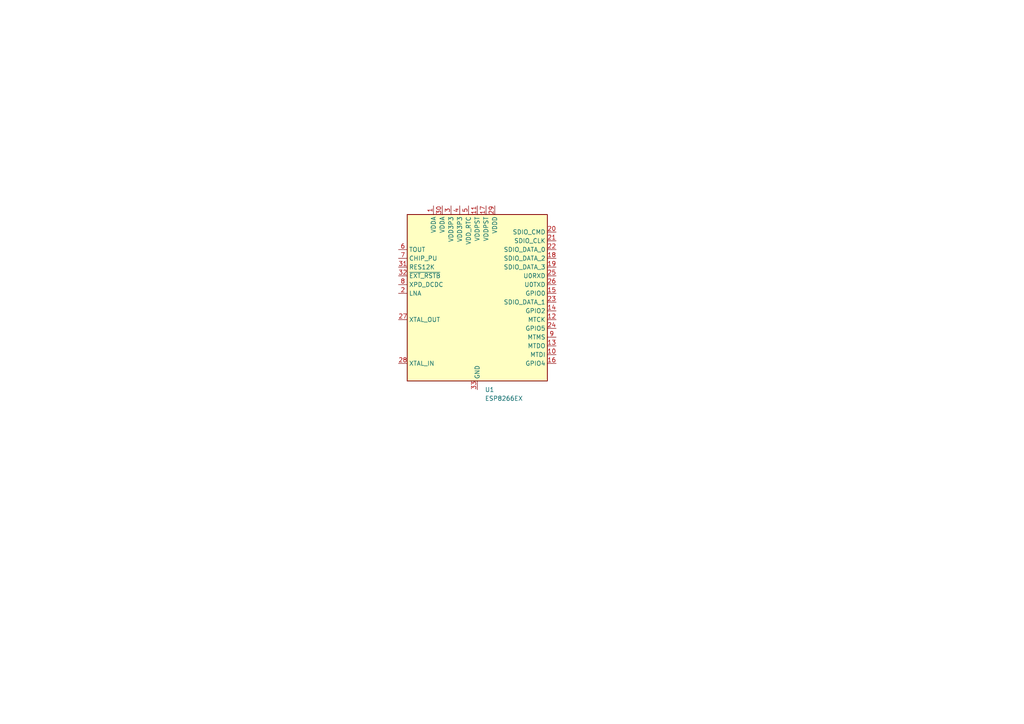
<source format=kicad_sch>
(kicad_sch (version 20230121) (generator eeschema)
  (paper "A4")
  (lib_symbols
    (symbol "MCU_Espressif:ESP8266EX"
      (property "Reference" "U" (at 0 2.54 0))
      (property "Value" "ESP8266EX" (at 0 -2.54 0))
      (symbol "ESP8266EX_0_1"
        (rectangle (start -20.32 22.86) (end 20.32 -25.4) (stroke (width 0.254)) (fill (type background)))
      )
      (symbol "ESP8266EX_1_1"
        (pin power_in line (at -12.7 25.4 270) (length 2.54) (name "VDDA") (number "1"))
        (pin bidirectional line (at 22.86 -17.78 180) (length 2.54) (name "MTDI") (number "10"))
        (pin power_in line (at 0 25.4 270) (length 2.54) (name "VDDPST") (number "11"))
        (pin bidirectional line (at 22.86 -7.62 180) (length 2.54) (name "MTCK") (number "12"))
        (pin bidirectional line (at 22.86 -15.24 180) (length 2.54) (name "MTDO") (number "13"))
        (pin bidirectional line (at 22.86 -5.08 180) (length 2.54) (name "GPIO2") (number "14"))
        (pin bidirectional line (at 22.86 0 180) (length 2.54) (name "GPIO0") (number "15"))
        (pin bidirectional line (at 22.86 -20.32 180) (length 2.54) (name "GPIO4") (number "16"))
        (pin power_in line (at 2.54 25.4 270) (length 2.54) (name "VDDPST") (number "17"))
        (pin bidirectional line (at 22.86 10.16 180) (length 2.54) (name "SDIO_DATA_2") (number "18"))
        (pin bidirectional line (at 22.86 7.62 180) (length 2.54) (name "SDIO_DATA_3") (number "19"))
        (pin bidirectional line (at -22.86 0 0) (length 2.54) (name "LNA") (number "2"))
        (pin bidirectional line (at 22.86 17.78 180) (length 2.54) (name "SDIO_CMD") (number "20"))
        (pin bidirectional line (at 22.86 15.24 180) (length 2.54) (name "SDIO_CLK") (number "21"))
        (pin bidirectional line (at 22.86 12.7 180) (length 2.54) (name "SDIO_DATA_0") (number "22"))
        (pin bidirectional line (at 22.86 -2.54 180) (length 2.54) (name "SDIO_DATA_1") (number "23"))
        (pin bidirectional line (at 22.86 -10.16 180) (length 2.54) (name "GPIO5") (number "24"))
        (pin bidirectional line (at 22.86 5.08 180) (length 2.54) (name "U0RXD") (number "25"))
        (pin bidirectional line (at 22.86 2.54 180) (length 2.54) (name "U0TXD") (number "26"))
        (pin bidirectional line (at -22.86 -7.62 0) (length 2.54) (name "XTAL_OUT") (number "27"))
        (pin bidirectional line (at -22.86 -20.32 0) (length 2.54) (name "XTAL_IN") (number "28"))
        (pin power_in line (at 5.08 25.4 270) (length 2.54) (name "VDDD") (number "29"))
        (pin power_in line (at -7.62 25.4 270) (length 2.54) (name "VDD3P3") (number "3"))
        (pin power_in line (at -10.16 25.4 270) (length 2.54) (name "VDDA") (number "30"))
        (pin input line (at -22.86 7.62 0) (length 2.54) (name "RES12K") (number "31"))
        (pin input line (at -22.86 5.08 0) (length 2.54) (name "~{EXT_RSTB}") (number "32"))
        (pin power_in line (at 0 -27.94 90) (length 2.54) (name "GND") (number "33"))
        (pin power_in line (at -5.08 25.4 270) (length 2.54) (name "VDD3P3") (number "4"))
        (pin power_in line (at -2.54 25.4 270) (length 2.54) (name "VDD_RTC") (number "5"))
        (pin input line (at -22.86 12.7 0) (length 2.54) (name "TOUT") (number "6"))
        (pin input line (at -22.86 10.16 0) (length 2.54) (name "CHIP_PU") (number "7"))
        (pin bidirectional line (at -22.86 2.54 0) (length 2.54) (name "XPD_DCDC") (number "8"))
        (pin bidirectional line (at 22.86 -12.7 180) (length 2.54) (name "MTMS") (number "9"))
      )
    )
  )
  (symbol (lib_id "MCU_Espressif:ESP8266EX") (at 138.43 85.09 0) (unit 1)
    (property "Reference" "U1" (at 140.6241 113.03 0) (effects (justify left)))
    (property "Value" "ESP8266EX" (at 140.6241 115.57 0) (effects (justify left)))
    (property "Footprint" "Package_DFN_QFN:QFN-32-1EP_5x5mm_P0.5mm_EP3.45x3.45mm" (effects hide))
    (property "Datasheet" "http://espressif.com/sites/default/files/documentation/0a-esp8266ex_datasheet_en.pdf" (effects hide))
  )
)
</source>
